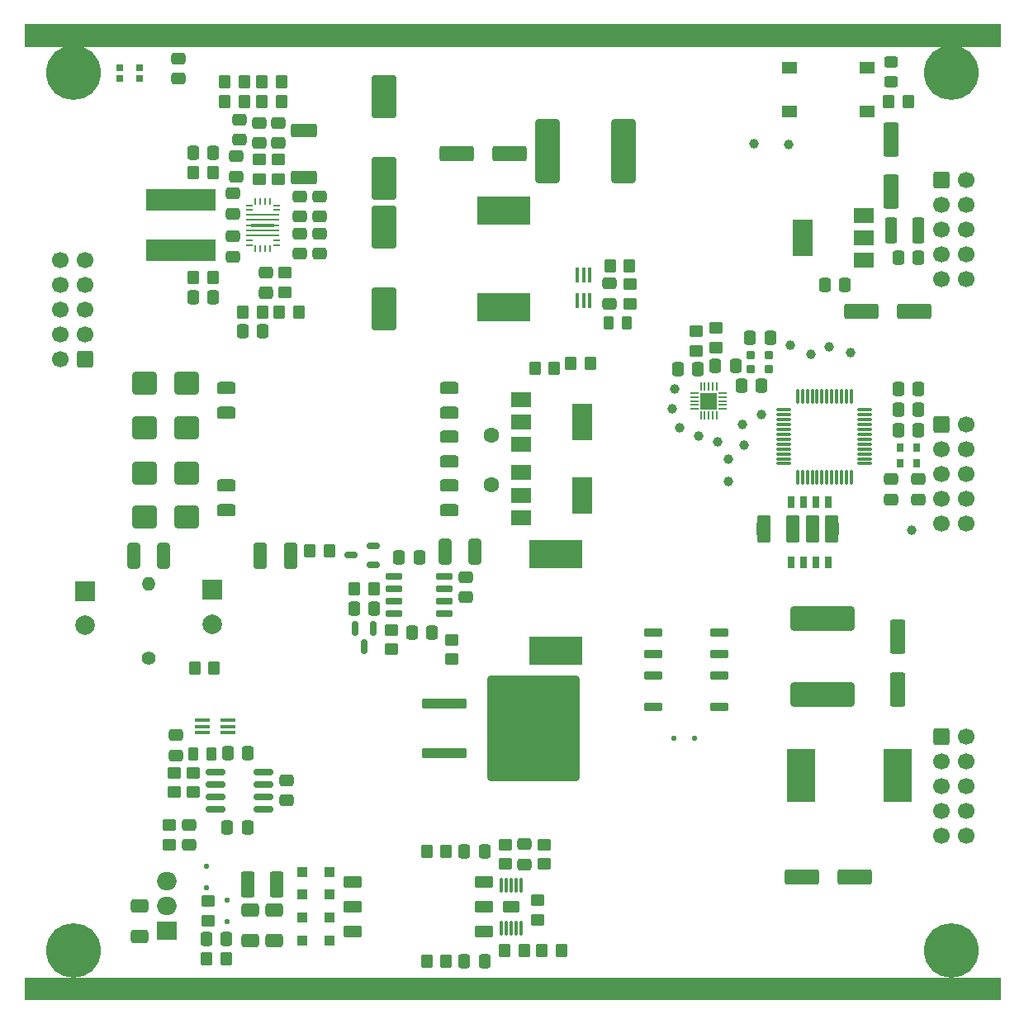
<source format=gts>
G04 #@! TF.GenerationSoftware,KiCad,Pcbnew,7.0.10*
G04 #@! TF.CreationDate,2024-01-28T11:03:42+01:00*
G04 #@! TF.ProjectId,EuroMeasure-IonGaugeController,4575726f-4d65-4617-9375-72652d496f6e,1.1.0*
G04 #@! TF.SameCoordinates,Original*
G04 #@! TF.FileFunction,Soldermask,Top*
G04 #@! TF.FilePolarity,Negative*
%FSLAX46Y46*%
G04 Gerber Fmt 4.6, Leading zero omitted, Abs format (unit mm)*
G04 Created by KiCad (PCBNEW 7.0.10) date 2024-01-28 11:03:42*
%MOMM*%
%LPD*%
G01*
G04 APERTURE LIST*
G04 Aperture macros list*
%AMRoundRect*
0 Rectangle with rounded corners*
0 $1 Rounding radius*
0 $2 $3 $4 $5 $6 $7 $8 $9 X,Y pos of 4 corners*
0 Add a 4 corners polygon primitive as box body*
4,1,4,$2,$3,$4,$5,$6,$7,$8,$9,$2,$3,0*
0 Add four circle primitives for the rounded corners*
1,1,$1+$1,$2,$3*
1,1,$1+$1,$4,$5*
1,1,$1+$1,$6,$7*
1,1,$1+$1,$8,$9*
0 Add four rect primitives between the rounded corners*
20,1,$1+$1,$2,$3,$4,$5,0*
20,1,$1+$1,$4,$5,$6,$7,0*
20,1,$1+$1,$6,$7,$8,$9,0*
20,1,$1+$1,$8,$9,$2,$3,0*%
%AMFreePoly0*
4,1,15,0.512500,0.050000,0.512500,-0.050000,1.162500,-0.700000,-0.262500,-0.700000,-0.358171,-0.680970,-0.439277,-0.626777,-0.493470,-0.545671,-0.512500,-0.450000,-0.512500,0.450000,-0.493470,0.545671,-0.439277,0.626777,-0.358171,0.680970,-0.262500,0.700000,1.162500,0.700000,0.512500,0.050000,0.512500,0.050000,$1*%
%AMFreePoly1*
4,1,20,0.358171,0.680970,0.439277,0.626777,0.493470,0.545671,0.512500,0.450000,0.512500,-0.450000,0.493470,-0.545671,0.439277,-0.626777,0.358171,-0.680970,0.262500,-0.700000,-0.362500,-0.700000,-0.428566,-0.633933,-0.439277,-0.626777,-0.446433,-0.616066,-1.062500,0.000000,-0.446433,0.616066,-0.439277,0.626777,-0.428566,0.633933,-0.362500,0.700000,0.262500,0.700000,0.358171,0.680970,
0.358171,0.680970,$1*%
%AMFreePoly2*
4,1,13,0.125000,1.175000,0.165000,1.175000,0.165000,-1.175000,0.125000,-1.175000,0.125000,-1.700000,-0.125000,-1.700000,-0.125000,-1.175000,-0.165000,-1.175000,-0.165000,1.175000,-0.125000,1.175000,-0.125000,1.700000,0.125000,1.700000,0.125000,1.175000,0.125000,1.175000,$1*%
G04 Aperture macros list end*
%ADD10C,0.010000*%
%ADD11RoundRect,0.250000X-0.475000X0.337500X-0.475000X-0.337500X0.475000X-0.337500X0.475000X0.337500X0*%
%ADD12R,2.000000X1.500000*%
%ADD13R,2.000000X3.800000*%
%ADD14RoundRect,0.250000X-0.350000X-0.450000X0.350000X-0.450000X0.350000X0.450000X-0.350000X0.450000X0*%
%ADD15RoundRect,0.125000X-0.125000X0.125000X-0.125000X-0.125000X0.125000X-0.125000X0.125000X0.125000X0*%
%ADD16RoundRect,0.250000X0.350000X0.450000X-0.350000X0.450000X-0.350000X-0.450000X0.350000X-0.450000X0*%
%ADD17RoundRect,0.150000X0.512500X0.150000X-0.512500X0.150000X-0.512500X-0.150000X0.512500X-0.150000X0*%
%ADD18RoundRect,0.250000X0.450000X-0.350000X0.450000X0.350000X-0.450000X0.350000X-0.450000X-0.350000X0*%
%ADD19RoundRect,0.250000X0.475000X-0.337500X0.475000X0.337500X-0.475000X0.337500X-0.475000X-0.337500X0*%
%ADD20RoundRect,0.150000X-0.150000X0.587500X-0.150000X-0.587500X0.150000X-0.587500X0.150000X0.587500X0*%
%ADD21RoundRect,0.250000X-0.300000X-0.300000X0.300000X-0.300000X0.300000X0.300000X-0.300000X0.300000X0*%
%ADD22RoundRect,0.250000X0.600000X0.600000X-0.600000X0.600000X-0.600000X-0.600000X0.600000X-0.600000X0*%
%ADD23C,1.700000*%
%ADD24RoundRect,0.250000X0.337500X0.475000X-0.337500X0.475000X-0.337500X-0.475000X0.337500X-0.475000X0*%
%ADD25RoundRect,0.250000X-2.050000X-0.300000X2.050000X-0.300000X2.050000X0.300000X-2.050000X0.300000X0*%
%ADD26RoundRect,0.250002X-4.449998X-5.149998X4.449998X-5.149998X4.449998X5.149998X-4.449998X5.149998X0*%
%ADD27RoundRect,0.250000X-0.337500X-0.475000X0.337500X-0.475000X0.337500X0.475000X-0.337500X0.475000X0*%
%ADD28RoundRect,0.324675X-0.925325X-2.975325X0.925325X-2.975325X0.925325X2.975325X-0.925325X2.975325X0*%
%ADD29R,0.400000X1.500000*%
%ADD30C,1.000000*%
%ADD31R,2.000000X1.905000*%
%ADD32O,2.000000X1.905000*%
%ADD33FreePoly0,270.000000*%
%ADD34FreePoly1,270.000000*%
%ADD35RoundRect,0.250000X-0.450000X0.350000X-0.450000X-0.350000X0.450000X-0.350000X0.450000X0.350000X0*%
%ADD36RoundRect,0.317500X0.637500X0.317500X-0.637500X0.317500X-0.637500X-0.317500X0.637500X-0.317500X0*%
%ADD37RoundRect,0.324675X2.975325X-0.925325X2.975325X0.925325X-2.975325X0.925325X-2.975325X-0.925325X0*%
%ADD38R,0.650000X0.850000*%
%ADD39R,1.500000X0.400000*%
%ADD40RoundRect,0.249999X1.075001X-0.450001X1.075001X0.450001X-1.075001X0.450001X-1.075001X-0.450001X0*%
%ADD41RoundRect,0.250000X-0.412500X-1.100000X0.412500X-1.100000X0.412500X1.100000X-0.412500X1.100000X0*%
%ADD42RoundRect,0.250000X0.650000X-0.412500X0.650000X0.412500X-0.650000X0.412500X-0.650000X-0.412500X0*%
%ADD43RoundRect,0.250000X0.262500X0.450000X-0.262500X0.450000X-0.262500X-0.450000X0.262500X-0.450000X0*%
%ADD44RoundRect,0.250000X0.300000X0.300000X-0.300000X0.300000X-0.300000X-0.300000X0.300000X-0.300000X0*%
%ADD45RoundRect,0.075000X0.662500X0.075000X-0.662500X0.075000X-0.662500X-0.075000X0.662500X-0.075000X0*%
%ADD46RoundRect,0.075000X0.075000X0.662500X-0.075000X0.662500X-0.075000X-0.662500X0.075000X-0.662500X0*%
%ADD47RoundRect,0.250000X1.000000X-1.950000X1.000000X1.950000X-1.000000X1.950000X-1.000000X-1.950000X0*%
%ADD48R,1.550000X1.300000*%
%ADD49R,2.000000X2.000000*%
%ADD50C,2.000000*%
%ADD51R,5.400000X2.900000*%
%ADD52RoundRect,0.250000X0.550000X-1.500000X0.550000X1.500000X-0.550000X1.500000X-0.550000X-1.500000X0*%
%ADD53R,0.760000X1.250000*%
%ADD54RoundRect,0.250000X0.375000X1.075000X-0.375000X1.075000X-0.375000X-1.075000X0.375000X-1.075000X0*%
%ADD55RoundRect,0.122000X0.788000X0.488000X-0.788000X0.488000X-0.788000X-0.488000X0.788000X-0.488000X0*%
%ADD56RoundRect,0.250000X-0.450000X0.325000X-0.450000X-0.325000X0.450000X-0.325000X0.450000X0.325000X0*%
%ADD57RoundRect,0.250000X0.400000X1.075000X-0.400000X1.075000X-0.400000X-1.075000X0.400000X-1.075000X0*%
%ADD58RoundRect,0.250000X-1.500000X-0.550000X1.500000X-0.550000X1.500000X0.550000X-1.500000X0.550000X0*%
%ADD59RoundRect,0.250000X-0.600000X-0.600000X0.600000X-0.600000X0.600000X0.600000X-0.600000X0.600000X0*%
%ADD60C,5.600000*%
%ADD61R,0.700000X0.700000*%
%ADD62RoundRect,0.050000X0.075000X0.250000X-0.075000X0.250000X-0.075000X-0.250000X0.075000X-0.250000X0*%
%ADD63RoundRect,0.050000X-0.250000X0.075000X-0.250000X-0.075000X0.250000X-0.075000X0.250000X0.075000X0*%
%ADD64RoundRect,0.050000X-1.650000X0.075000X-1.650000X-0.075000X1.650000X-0.075000X1.650000X0.075000X0*%
%ADD65FreePoly2,90.000000*%
%ADD66RoundRect,0.050000X0.250000X-0.075000X0.250000X0.075000X-0.250000X0.075000X-0.250000X-0.075000X0*%
%ADD67RoundRect,0.250000X1.000000X0.900000X-1.000000X0.900000X-1.000000X-0.900000X1.000000X-0.900000X0*%
%ADD68RoundRect,0.050000X-0.362500X-0.050000X0.362500X-0.050000X0.362500X0.050000X-0.362500X0.050000X0*%
%ADD69RoundRect,0.050000X-0.050000X-0.362500X0.050000X-0.362500X0.050000X0.362500X-0.050000X0.362500X0*%
%ADD70R,1.700000X1.700000*%
%ADD71RoundRect,0.075000X0.075000X-0.650000X0.075000X0.650000X-0.075000X0.650000X-0.075000X-0.650000X0*%
%ADD72RoundRect,0.057500X0.752500X-0.517500X0.752500X0.517500X-0.752500X0.517500X-0.752500X-0.517500X0*%
%ADD73RoundRect,0.250000X-1.000000X-0.900000X1.000000X-0.900000X1.000000X0.900000X-1.000000X0.900000X0*%
%ADD74RoundRect,0.200000X-0.250000X0.200000X-0.250000X-0.200000X0.250000X-0.200000X0.250000X0.200000X0*%
%ADD75R,7.200000X2.300000*%
%ADD76RoundRect,0.150000X-0.825000X-0.150000X0.825000X-0.150000X0.825000X0.150000X-0.825000X0.150000X0*%
%ADD77RoundRect,0.250000X-1.000000X1.950000X-1.000000X-1.950000X1.000000X-1.950000X1.000000X1.950000X0*%
%ADD78RoundRect,0.050000X0.880000X-0.350000X0.880000X0.350000X-0.880000X0.350000X-0.880000X-0.350000X0*%
%ADD79R,2.900000X5.400000*%
%ADD80RoundRect,0.250001X0.462499X1.074999X-0.462499X1.074999X-0.462499X-1.074999X0.462499X-1.074999X0*%
%ADD81C,1.600000*%
%ADD82C,1.400000*%
%ADD83O,1.400000X1.400000*%
%ADD84RoundRect,0.125000X0.125000X0.125000X-0.125000X0.125000X-0.125000X-0.125000X0.125000X-0.125000X0*%
%ADD85RoundRect,0.250000X-0.400000X-1.075000X0.400000X-1.075000X0.400000X1.075000X-0.400000X1.075000X0*%
%ADD86RoundRect,0.250000X1.500000X0.550000X-1.500000X0.550000X-1.500000X-0.550000X1.500000X-0.550000X0*%
%ADD87RoundRect,0.150000X-0.725000X-0.150000X0.725000X-0.150000X0.725000X0.150000X-0.725000X0.150000X0*%
G04 APERTURE END LIST*
G36*
X183450000Y-101100000D02*
G01*
X182050000Y-101100000D01*
X182050000Y-102400000D01*
X183450000Y-102400000D01*
X183450000Y-101100000D01*
G37*
G36*
X176450000Y-101100000D02*
G01*
X175050000Y-101100000D01*
X175050000Y-102400000D01*
X176450000Y-102400000D01*
X176450000Y-101100000D01*
G37*
D10*
X99960000Y-50000000D02*
X199960000Y-50000000D01*
X199960000Y-50000000D02*
X199960000Y-52250000D01*
X199960000Y-52250000D02*
X99960000Y-52250000D01*
X99960000Y-52250000D02*
X99960000Y-50000000D01*
G36*
X99960000Y-50000000D02*
G01*
X199960000Y-50000000D01*
X199960000Y-52250000D01*
X99960000Y-52250000D01*
X99960000Y-50000000D01*
G37*
X99960000Y-147750000D02*
X199960000Y-147750000D01*
X199960000Y-147750000D02*
X199960000Y-150000000D01*
X199960000Y-150000000D02*
X99960000Y-150000000D01*
X99960000Y-150000000D02*
X99960000Y-147750000D01*
G36*
X99960000Y-147750000D02*
G01*
X199960000Y-147750000D01*
X199960000Y-150000000D01*
X99960000Y-150000000D01*
X99960000Y-147750000D01*
G37*
G36*
X181450000Y-101100000D02*
G01*
X180050000Y-101100000D01*
X180050000Y-102400000D01*
X181450000Y-102400000D01*
X181450000Y-101100000D01*
G37*
G36*
X179450000Y-101100000D02*
G01*
X178050000Y-101100000D01*
X178050000Y-102400000D01*
X179450000Y-102400000D01*
X179450000Y-101100000D01*
G37*
D11*
X124000000Y-60100000D03*
X124000000Y-62175000D03*
D12*
X186050000Y-74200000D03*
X186050000Y-71900000D03*
D13*
X179750000Y-71900000D03*
D12*
X186050000Y-69600000D03*
D14*
X129200000Y-104000000D03*
X131200000Y-104000000D03*
D15*
X120750000Y-139775000D03*
X120750000Y-141975000D03*
D16*
X154300000Y-85300000D03*
X152300000Y-85300000D03*
D17*
X135700000Y-105400000D03*
X135700000Y-103500000D03*
X133425000Y-104450000D03*
D18*
X137600000Y-114100000D03*
X137600000Y-112100000D03*
D19*
X121300000Y-69437500D03*
X121300000Y-67362500D03*
D16*
X155000000Y-145000000D03*
X153000000Y-145000000D03*
D18*
X152550000Y-141800000D03*
X152550000Y-139800000D03*
D20*
X135750000Y-111962500D03*
X133850000Y-111962500D03*
X134800000Y-113837500D03*
D21*
X128450000Y-136900000D03*
X131250000Y-136900000D03*
D22*
X106197500Y-84330000D03*
D23*
X103657500Y-84330000D03*
X106197500Y-81790000D03*
X103657500Y-81790000D03*
X106197500Y-79250000D03*
X103657500Y-79250000D03*
X106197500Y-76710000D03*
X103657500Y-76710000D03*
X106197500Y-74170000D03*
X103657500Y-74170000D03*
D24*
X191637500Y-91600000D03*
X189562500Y-91600000D03*
D25*
X143025000Y-119660000D03*
D26*
X152175000Y-122200000D03*
D25*
X143025000Y-124740000D03*
D16*
X126300000Y-55900000D03*
X124300000Y-55900000D03*
D27*
X170775000Y-85050000D03*
X172850000Y-85050000D03*
D28*
X153600000Y-63000000D03*
X161400000Y-63000000D03*
D29*
X157925000Y-75720000D03*
X157275000Y-75720000D03*
X156625000Y-75720000D03*
X156625000Y-78380000D03*
X157275000Y-78380000D03*
X157925000Y-78380000D03*
D16*
X122500000Y-55900000D03*
X120500000Y-55900000D03*
D30*
X175550000Y-90000000D03*
D16*
X158000000Y-84800000D03*
X156000000Y-84800000D03*
D18*
X126000000Y-65900000D03*
X126000000Y-63900000D03*
D27*
X189562500Y-89500000D03*
X191637500Y-89500000D03*
D31*
X114550000Y-142980000D03*
D32*
X114550000Y-140440000D03*
X114550000Y-137900000D03*
D16*
X124362500Y-79500000D03*
X122362500Y-79500000D03*
D11*
X151250000Y-134062500D03*
X151250000Y-136137500D03*
D19*
X115700000Y-55575000D03*
X115700000Y-53500000D03*
D33*
X182750000Y-100837500D03*
D34*
X182750000Y-102662500D03*
D27*
X174362500Y-82150000D03*
X176437500Y-82150000D03*
D16*
X143200000Y-134800000D03*
X141200000Y-134800000D03*
D11*
X124700000Y-75462500D03*
X124700000Y-77537500D03*
D35*
X126700000Y-75500000D03*
X126700000Y-77500000D03*
D36*
X143550000Y-99830000D03*
X143550000Y-97330000D03*
X143550000Y-94830000D03*
X143550000Y-92330000D03*
X143550000Y-89830000D03*
X143550000Y-87330000D03*
X120690000Y-87330000D03*
X120690000Y-89830000D03*
X120690000Y-97330000D03*
X120690000Y-99830000D03*
D19*
X130200000Y-69737500D03*
X130200000Y-67662500D03*
D37*
X181800000Y-118700000D03*
X181800000Y-110900000D03*
D11*
X128200000Y-71462500D03*
X128200000Y-73537500D03*
D18*
X117300000Y-128750000D03*
X117300000Y-126750000D03*
D24*
X191615000Y-87400000D03*
X189540000Y-87400000D03*
D30*
X184700000Y-83700000D03*
D38*
X191425000Y-93425000D03*
X189775000Y-93425000D03*
X189775000Y-94975000D03*
X191425000Y-94975000D03*
D39*
X120830000Y-122650000D03*
X120830000Y-122000000D03*
X120830000Y-121350000D03*
X118170000Y-121350000D03*
X118170000Y-122000000D03*
X118170000Y-122650000D03*
D16*
X122500000Y-57900000D03*
X120500000Y-57900000D03*
D18*
X124000000Y-65900000D03*
X124000000Y-63900000D03*
D30*
X167150000Y-91350000D03*
D24*
X119337500Y-63200000D03*
X117262500Y-63200000D03*
D40*
X128600000Y-65700000D03*
X128600000Y-60900000D03*
D16*
X128062500Y-79500000D03*
X126062500Y-79500000D03*
D11*
X122000000Y-59762500D03*
X122000000Y-61837500D03*
D41*
X124137500Y-104500000D03*
X127262500Y-104500000D03*
D11*
X115500000Y-122875000D03*
X115500000Y-124950000D03*
D30*
X182500000Y-83050000D03*
D19*
X159900000Y-78675000D03*
X159900000Y-76600000D03*
D33*
X175750000Y-100837500D03*
D34*
X175750000Y-102662500D03*
D30*
X178300000Y-62300000D03*
D16*
X143200000Y-146100000D03*
X141200000Y-146100000D03*
D42*
X123150000Y-143962500D03*
X123150000Y-140837500D03*
D27*
X133762500Y-109900000D03*
X135837500Y-109900000D03*
D16*
X119400000Y-116000000D03*
X117400000Y-116000000D03*
D43*
X161712500Y-80650000D03*
X159887500Y-80650000D03*
D44*
X131250000Y-139250000D03*
X128450000Y-139250000D03*
D45*
X186140000Y-95055000D03*
X186140000Y-94555000D03*
X186140000Y-94055000D03*
X186140000Y-93555000D03*
X186140000Y-93055000D03*
X186140000Y-92555000D03*
X186140000Y-92055000D03*
X186140000Y-91555000D03*
X186140000Y-91055000D03*
X186140000Y-90555000D03*
X186140000Y-90055000D03*
X186140000Y-89555000D03*
D46*
X184727500Y-88142500D03*
X184227500Y-88142500D03*
X183727500Y-88142500D03*
X183227500Y-88142500D03*
X182727500Y-88142500D03*
X182227500Y-88142500D03*
X181727500Y-88142500D03*
X181227500Y-88142500D03*
X180727500Y-88142500D03*
X180227500Y-88142500D03*
X179727500Y-88142500D03*
X179227500Y-88142500D03*
D45*
X177815000Y-89555000D03*
X177815000Y-90055000D03*
X177815000Y-90555000D03*
X177815000Y-91055000D03*
X177815000Y-91555000D03*
X177815000Y-92055000D03*
X177815000Y-92555000D03*
X177815000Y-93055000D03*
X177815000Y-93555000D03*
X177815000Y-94055000D03*
X177815000Y-94555000D03*
X177815000Y-95055000D03*
D46*
X179227500Y-96467500D03*
X179727500Y-96467500D03*
X180227500Y-96467500D03*
X180727500Y-96467500D03*
X181227500Y-96467500D03*
X181727500Y-96467500D03*
X182227500Y-96467500D03*
X182727500Y-96467500D03*
X183227500Y-96467500D03*
X183727500Y-96467500D03*
X184227500Y-96467500D03*
X184727500Y-96467500D03*
D27*
X138362500Y-104700000D03*
X140437500Y-104700000D03*
D30*
X173600000Y-91000000D03*
D15*
X118650000Y-136300000D03*
X118650000Y-138500000D03*
D30*
X190950000Y-101850000D03*
D47*
X136800000Y-79200000D03*
X136800000Y-70800000D03*
D27*
X173442500Y-87020000D03*
X175517500Y-87020000D03*
D30*
X174750000Y-62250000D03*
D19*
X116825000Y-134137500D03*
X116825000Y-132062500D03*
D48*
X178402500Y-54455000D03*
X186352500Y-54455000D03*
X178402500Y-58955000D03*
X186352500Y-58955000D03*
D49*
X106200000Y-108117677D03*
D50*
X106200000Y-111617677D03*
D51*
X149100000Y-69150000D03*
X149100000Y-79050000D03*
D42*
X111750000Y-143562500D03*
X111750000Y-140437500D03*
D35*
X118750000Y-139900000D03*
X118750000Y-141900000D03*
D52*
X189500000Y-118200000D03*
X189500000Y-112800000D03*
D53*
X182405000Y-99000000D03*
X181135000Y-99000000D03*
X179865000Y-99000000D03*
X178595000Y-99000000D03*
X178595000Y-105150000D03*
X179865000Y-105150000D03*
X181135000Y-105150000D03*
X182405000Y-105150000D03*
D27*
X139662500Y-112350000D03*
X141737500Y-112350000D03*
D24*
X147137500Y-134800000D03*
X145062500Y-134800000D03*
D35*
X143800000Y-113100000D03*
X143800000Y-115100000D03*
D44*
X131250000Y-141600000D03*
X128450000Y-141600000D03*
D19*
X128200000Y-69737500D03*
X128200000Y-67662500D03*
D16*
X151200000Y-145000000D03*
X149200000Y-145000000D03*
D24*
X120687500Y-143800000D03*
X118612500Y-143800000D03*
D54*
X191600000Y-71100000D03*
X188800000Y-71100000D03*
D11*
X121300000Y-71762500D03*
X121300000Y-73837500D03*
D12*
X150850000Y-88480000D03*
X150850000Y-90780000D03*
D13*
X157150000Y-90780000D03*
D12*
X150850000Y-93080000D03*
D55*
X147065000Y-143040000D03*
X147065000Y-140500000D03*
X147065000Y-137960000D03*
X133635000Y-137960000D03*
X133635000Y-140500000D03*
X133635000Y-143040000D03*
D16*
X119300000Y-65200000D03*
X117300000Y-65200000D03*
D27*
X166962500Y-85400000D03*
X169037500Y-85400000D03*
D56*
X188777500Y-53880000D03*
X188777500Y-55930000D03*
D11*
X126850000Y-127512500D03*
X126850000Y-129587500D03*
D18*
X115300000Y-128750000D03*
X115300000Y-126750000D03*
D57*
X114250000Y-104500000D03*
X111150000Y-104500000D03*
D43*
X119112500Y-124850000D03*
X117287500Y-124850000D03*
D27*
X182012500Y-76700000D03*
X184087500Y-76700000D03*
D58*
X179700000Y-137400000D03*
X185100000Y-137400000D03*
D59*
X193960000Y-66000000D03*
D23*
X196500000Y-66000000D03*
D60*
X104960000Y-55000000D03*
X104960000Y-145000000D03*
D23*
X193960000Y-68540000D03*
D60*
X194960000Y-55000000D03*
X194960000Y-145000000D03*
D23*
X196500000Y-68540000D03*
X193960000Y-71080000D03*
X196500000Y-71080000D03*
X193960000Y-73620000D03*
X196500000Y-73620000D03*
X193960000Y-76160000D03*
X196500000Y-76160000D03*
D59*
X193960000Y-91000000D03*
D23*
X196500000Y-91000000D03*
X193960000Y-93540000D03*
X196500000Y-93540000D03*
X193960000Y-96080000D03*
X196500000Y-96080000D03*
X193960000Y-98620000D03*
X196500000Y-98620000D03*
X193960000Y-101160000D03*
X196500000Y-101160000D03*
D59*
X193960000Y-123000000D03*
D23*
X196500000Y-123000000D03*
X193960000Y-125540000D03*
X196500000Y-125540000D03*
X193960000Y-128080000D03*
X196500000Y-128080000D03*
X193960000Y-130620000D03*
X196500000Y-130620000D03*
X193960000Y-133160000D03*
X196500000Y-133160000D03*
D61*
X109760000Y-54450000D03*
X109760000Y-55550000D03*
X111760000Y-55550000D03*
X111760000Y-54450000D03*
D33*
X180750000Y-100837500D03*
D34*
X180750000Y-102662500D03*
D19*
X126000000Y-62200000D03*
X126000000Y-60125000D03*
D14*
X188577500Y-57905000D03*
X190577500Y-57905000D03*
D62*
X123650000Y-73000000D03*
X124150000Y-73000000D03*
X124650000Y-73000000D03*
X125150000Y-73000000D03*
D63*
X125800000Y-72640000D03*
X125800000Y-72140000D03*
D64*
X124400000Y-71640000D03*
X124400000Y-71140000D03*
D65*
X124400000Y-70600000D03*
D64*
X124400000Y-70060000D03*
X124400000Y-69560000D03*
D63*
X125800000Y-69060000D03*
D66*
X125800000Y-68560000D03*
D62*
X125150000Y-68200000D03*
X124650000Y-68200000D03*
X124150000Y-68200000D03*
X123650000Y-68200000D03*
D66*
X123000000Y-68560000D03*
D63*
X123000000Y-69060000D03*
X123000000Y-72140000D03*
D66*
X123000000Y-72640000D03*
D18*
X170900000Y-83150000D03*
X170900000Y-81150000D03*
D30*
X166400000Y-89450000D03*
D67*
X116600000Y-96000000D03*
X112300000Y-96000000D03*
D30*
X169100000Y-92200000D03*
D68*
X168642500Y-87835000D03*
X168642500Y-88235000D03*
X168642500Y-88635000D03*
X168642500Y-89035000D03*
X168642500Y-89435000D03*
D69*
X169305000Y-90097500D03*
X169705000Y-90097500D03*
X170105000Y-90097500D03*
X170505000Y-90097500D03*
X170905000Y-90097500D03*
D68*
X171567500Y-89435000D03*
X171567500Y-89035000D03*
X171567500Y-88635000D03*
X171567500Y-88235000D03*
X171567500Y-87835000D03*
D69*
X170905000Y-87172500D03*
X170505000Y-87172500D03*
X170105000Y-87172500D03*
X169705000Y-87172500D03*
X169305000Y-87172500D03*
D70*
X170105000Y-88635000D03*
D42*
X125550000Y-143962500D03*
X125550000Y-140837500D03*
D12*
X150850000Y-95980000D03*
X150850000Y-98280000D03*
D13*
X157150000Y-98280000D03*
D12*
X150850000Y-100580000D03*
D33*
X178750000Y-100837500D03*
D34*
X178750000Y-102662500D03*
D11*
X130200000Y-71462500D03*
X130200000Y-73537500D03*
D71*
X148850000Y-142700000D03*
X149350000Y-142700000D03*
X149850000Y-142700000D03*
X150350000Y-142700000D03*
X150850000Y-142700000D03*
X150850000Y-138300000D03*
X150350000Y-138300000D03*
X149850000Y-138300000D03*
X149350000Y-138300000D03*
X148850000Y-138300000D03*
D72*
X149850000Y-140500000D03*
D16*
X162000000Y-74750000D03*
X160000000Y-74750000D03*
D73*
X112300000Y-86800000D03*
X116600000Y-86800000D03*
D11*
X188800000Y-96662500D03*
X188800000Y-98737500D03*
D30*
X166650000Y-87400000D03*
D27*
X189562500Y-73900000D03*
X191637500Y-73900000D03*
D24*
X119337500Y-78000000D03*
X117262500Y-78000000D03*
D74*
X176295000Y-83915000D03*
X174445000Y-83915000D03*
X174445000Y-85365000D03*
X176295000Y-85365000D03*
D75*
X116000000Y-73150000D03*
X116000000Y-68050000D03*
D18*
X114850000Y-134100000D03*
X114850000Y-132100000D03*
D11*
X121700000Y-63562500D03*
X121700000Y-65637500D03*
D24*
X147137500Y-146100000D03*
X145062500Y-146100000D03*
D76*
X119525000Y-126645000D03*
X119525000Y-127915000D03*
X119525000Y-129185000D03*
X119525000Y-130455000D03*
X124475000Y-130455000D03*
X124475000Y-129185000D03*
X124475000Y-127915000D03*
X124475000Y-126645000D03*
D18*
X162050000Y-78650000D03*
X162050000Y-76650000D03*
D77*
X136800000Y-57400000D03*
X136800000Y-65800000D03*
D78*
X171200000Y-120000000D03*
X171200000Y-116800000D03*
X171200000Y-114600000D03*
X171200000Y-112400000D03*
X164460000Y-112400000D03*
X164460000Y-114600000D03*
X164460000Y-116800000D03*
X164460000Y-120000000D03*
D79*
X189450000Y-127000000D03*
X179550000Y-127000000D03*
D49*
X119200000Y-108000000D03*
D50*
X119200000Y-111500000D03*
D80*
X125837500Y-138200000D03*
X122862500Y-138200000D03*
D35*
X124700000Y-75500000D03*
X124700000Y-77500000D03*
D73*
X112300000Y-100500000D03*
X116600000Y-100500000D03*
D21*
X128450000Y-143950000D03*
X131250000Y-143950000D03*
D30*
X171050000Y-92800000D03*
D16*
X126300000Y-57900000D03*
X124300000Y-57900000D03*
D14*
X118650000Y-145800000D03*
X120650000Y-145800000D03*
D30*
X172100000Y-94600000D03*
X172100000Y-96900000D03*
D81*
X147800000Y-97180000D03*
X147800000Y-92180000D03*
D30*
X173700000Y-93150000D03*
D24*
X122837500Y-132350000D03*
X120762500Y-132350000D03*
D14*
X133800000Y-107900000D03*
X135800000Y-107900000D03*
D51*
X154400000Y-104350000D03*
X154400000Y-114250000D03*
D11*
X191577500Y-96662500D03*
X191577500Y-98737500D03*
D24*
X122887500Y-124700000D03*
X120812500Y-124700000D03*
D58*
X185800000Y-79400000D03*
X191200000Y-79400000D03*
D67*
X116600000Y-91400000D03*
X112300000Y-91400000D03*
D82*
X112700000Y-115000000D03*
D83*
X112700000Y-107380000D03*
D27*
X122325000Y-81500000D03*
X124400000Y-81500000D03*
D30*
X178450000Y-82900000D03*
D18*
X168850000Y-83500000D03*
X168850000Y-81500000D03*
D84*
X168700000Y-123200000D03*
X166500000Y-123200000D03*
D16*
X119300000Y-76000000D03*
X117300000Y-76000000D03*
D85*
X143050000Y-104100000D03*
X146150000Y-104100000D03*
D35*
X149250000Y-134100000D03*
X149250000Y-136100000D03*
D86*
X149700000Y-63300000D03*
X144300000Y-63300000D03*
D30*
X180600000Y-83800000D03*
D19*
X145200000Y-108737500D03*
X145200000Y-106662500D03*
D52*
X188800000Y-67200000D03*
X188800000Y-61800000D03*
D35*
X153250000Y-134100000D03*
X153250000Y-136100000D03*
D87*
X137825000Y-106595000D03*
X137825000Y-107865000D03*
X137825000Y-109135000D03*
X137825000Y-110405000D03*
X142975000Y-110405000D03*
X142975000Y-109135000D03*
X142975000Y-107865000D03*
X142975000Y-106595000D03*
M02*

</source>
